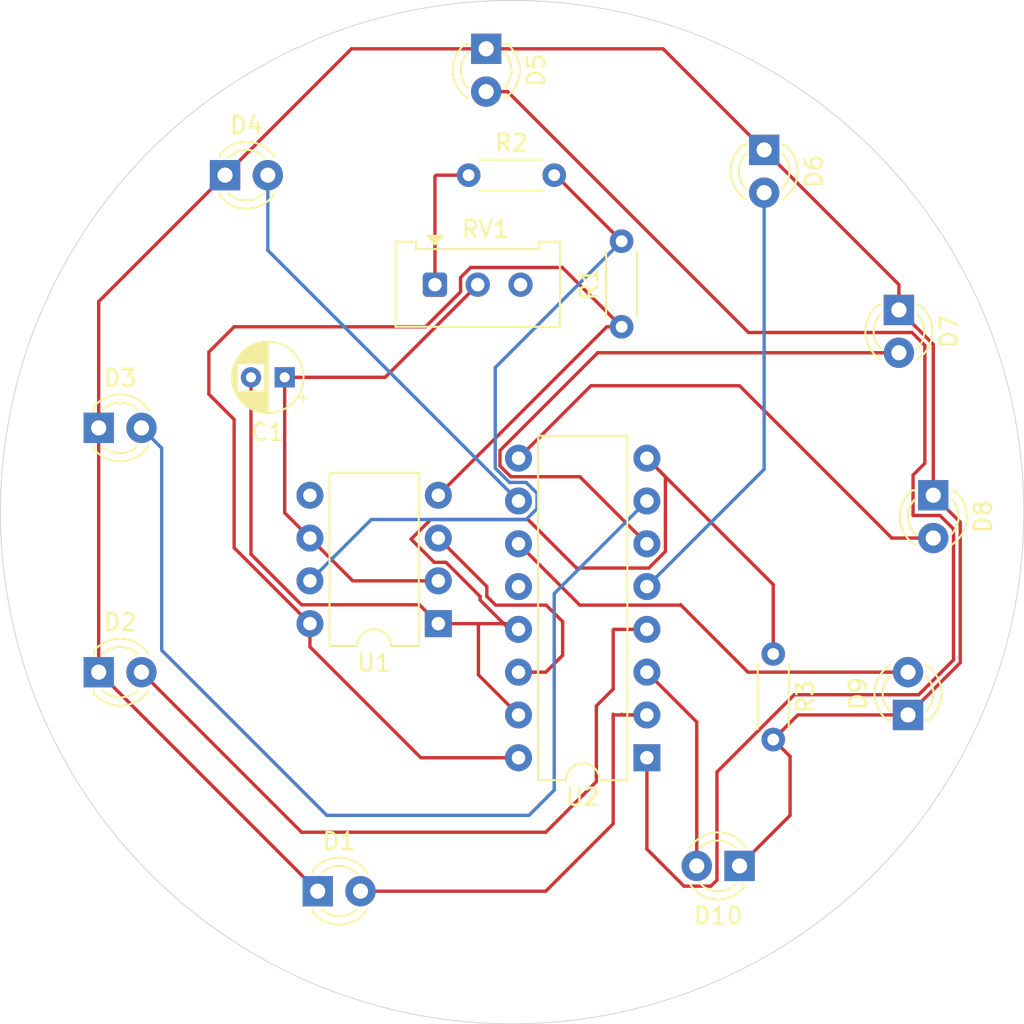
<source format=kicad_pcb>
(kicad_pcb (version 20240108) (generator "pcbnew") (generator_version "8.0")
  (layers (0 "F.Cu" signal) (31 "B.Cu" signal) (34 "B.Paste" user) (35 "F.Paste" user) (36 "B.SilkS" user "B.Silkscreen") (37 "F.SilkS" user "F.Silkscreen") (38 "B.Mask" user) (39 "F.Mask" user) (44 "Edge.Cuts" user))
  (net 0 "")
  (net 1 "Net-(U1-THR)")
  (net 2 "Net-(D1-K)")
  (net 3 "Net-(D1-A)")
  (net 4 "Net-(D2-A)")
  (net 5 "Net-(D3-A)")
  (net 6 "Net-(D4-A)")
  (net 7 "Net-(D5-A)")
  (net 8 "Net-(D6-A)")
  (net 9 "Net-(D7-A)")
  (net 10 "Net-(D8-A)")
  (net 11 "Net-(D9-A)")
  (net 12 "Net-(D10-A)")
  (net 13 "Net-(U1-DIS)")
  (net 14 "Net-(R2-Pad1)")
  (net 17 "Net-(U1-Q)")
  (net 19 "GND")
  (net 20 "+9V")
  (footprint "LED_THT:LED_D3.0mm" (layer "F.Cu") (at 161.5 107.5 180)
    (property "Reference" "D10" (at 1.27 -2.96 360) (layer "F.SilkS"))
    (property "Value" "LED")
    (fp_line (start -0.29 1.08) (end -0.29 1.236) (stroke (width 0.12)) (layer "F.SilkS"))
    (fp_line (start -0.29 -1.236) (end -0.29 -1.08) (stroke (width 0.12)) (layer "F.SilkS"))
    (fp_arc (start 2.941397 1.080061) (mid 1.365624 1.987701) (end -0.29 1.235516) (stroke (width 0.12)) (layer "F.SilkS"))
    (fp_arc (start 2.31091 1.080049) (mid 1.269965 1.5) (end 0.229039 1.08) (stroke (width 0.12)) (layer "F.SilkS"))
    (fp_arc (start 0.229039 -1.08) (mid 1.269965 -1.5) (end 2.31091 -1.080049) (stroke (width 0.12)) (layer "F.SilkS"))
    (fp_arc (start -0.29 -1.235516) (mid 1.365624 -1.987701) (end 2.941397 -1.080061) (stroke (width 0.12)) (layer "F.SilkS"))
    (pad "1" thru_hole rect (at 0 0 180) (size 1.8 1.8) (drill 0.9) (layers "*.Cu" "*.Mask") (net 2 "Net-(D1-K)"))
    (pad "2" thru_hole circle (at 2.54 0 180) (size 1.8 1.8) (drill 0.9) (layers "*.Cu" "*.Mask") (net 12 "Net-(D10-A)"))
  )
  (footprint "LED_THT:LED_D3.0mm" (layer "F.Cu") (at 162.96 65 -90)
    (property "Reference" "D6" (at 1.27 -2.96 90) (layer "F.SilkS"))
    (property "Value" "LED")
    (fp_line (start -0.29 1.08) (end -0.29 1.236) (stroke (width 0.12)) (layer "F.SilkS"))
    (fp_line (start -0.29 -1.236) (end -0.29 -1.08) (stroke (width 0.12)) (layer "F.SilkS"))
    (fp_arc (start 2.941397 1.080061) (mid 1.365624 1.987701) (end -0.29 1.235516) (stroke (width 0.12)) (layer "F.SilkS"))
    (fp_arc (start 2.31091 1.080049) (mid 1.269965 1.5) (end 0.229039 1.08) (stroke (width 0.12)) (layer "F.SilkS"))
    (fp_arc (start 0.229039 -1.08) (mid 1.269965 -1.5) (end 2.31091 -1.080049) (stroke (width 0.12)) (layer "F.SilkS"))
    (fp_arc (start -0.29 -1.235516) (mid 1.365624 -1.987701) (end 2.941397 -1.080061) (stroke (width 0.12)) (layer "F.SilkS"))
    (pad "1" thru_hole rect (at 0 0 270) (size 1.8 1.8) (drill 0.9) (layers "*.Cu" "*.Mask") (net 2 "Net-(D1-K)"))
    (pad "2" thru_hole circle (at 2.54 0 270) (size 1.8 1.8) (drill 0.9) (layers "*.Cu" "*.Mask") (net 8 "Net-(D6-A)"))
  )
  (footprint "Package_DIP:DIP-8_W7.62mm" (layer "F.Cu") (at 143.62 93.12 180)
    (property "Reference" "U1" (at 3.81 -2.33 360) (layer "F.SilkS"))
    (property "Value" "NE555P")
    (fp_line (start 6.46 8.95) (end 6.46 -1.33) (stroke (width 0.12)) (layer "F.SilkS"))
    (fp_line (start 6.46 -1.33) (end 4.81 -1.33) (stroke (width 0.12)) (layer "F.SilkS"))
    (fp_line (start 2.81 -1.33) (end 1.16 -1.33) (stroke (width 0.12)) (layer "F.SilkS"))
    (fp_line (start 1.16 8.95) (end 6.46 8.95) (stroke (width 0.12)) (layer "F.SilkS"))
    (fp_line (start 1.16 -1.33) (end 1.16 8.95) (stroke (width 0.12)) (layer "F.SilkS"))
    (fp_arc (start 4.81 -1.33) (mid 3.81 -0.33) (end 2.81 -1.33) (stroke (width 0.12)) (layer "F.SilkS"))
    (pad "1" thru_hole rect (at 0 0 180) (size 1.6 1.6) (drill 0.8) (layers "*.Cu" "*.Mask") (net 19 "GND"))
    (pad "2" thru_hole oval (at 0 2.54 180) (size 1.6 1.6) (drill 0.8) (layers "*.Cu" "*.Mask") (net 1 "Net-(U1-THR)"))
    (pad "3" thru_hole oval (at 0 5.08 180) (size 1.6 1.6) (drill 0.8) (layers "*.Cu" "*.Mask") (net 17 "Net-(U1-Q)"))
    (pad "4" thru_hole oval (at 0 7.62 180) (size 1.6 1.6) (drill 0.8) (layers "*.Cu" "*.Mask") (net 20 "+9V"))
    (pad "5" thru_hole oval (at 7.62 7.62 180) (size 1.6 1.6) (drill 0.8) (layers "*.Cu" "*.Mask"))
    (pad "6" thru_hole oval (at 7.62 5.08 180) (size 1.6 1.6) (drill 0.8) (layers "*.Cu" "*.Mask") (net 1 "Net-(U1-THR)"))
    (pad "7" thru_hole oval (at 7.62 2.54 180) (size 1.6 1.6) (drill 0.8) (layers "*.Cu" "*.Mask") (net 13 "Net-(U1-DIS)"))
    (pad "8" thru_hole oval (at 7.62 0 180) (size 1.6 1.6) (drill 0.8) (layers "*.Cu" "*.Mask") (net 20 "+9V"))
  )
  (footprint "LED_THT:LED_D3.0mm" (layer "F.Cu") (at 123.46 81.5)
    (property "Reference" "D3" (at 1.27 -2.96 0) (layer "F.SilkS"))
    (property "Value" "LED")
    (fp_line (start -0.29 -1.236) (end -0.29 -1.08) (stroke (width 0.12)) (layer "F.SilkS"))
    (fp_line (start -0.29 1.08) (end -0.29 1.236) (stroke (width 0.12)) (layer "F.SilkS"))
    (fp_arc (start -0.29 -1.235516) (mid 1.365624 -1.987701) (end 2.941397 -1.080061) (stroke (width 0.12)) (layer "F.SilkS"))
    (fp_arc (start 0.229039 -1.08) (mid 1.269965 -1.5) (end 2.31091 -1.080049) (stroke (width 0.12)) (layer "F.SilkS"))
    (fp_arc (start 2.31091 1.080049) (mid 1.269965 1.5) (end 0.229039 1.08) (stroke (width 0.12)) (layer "F.SilkS"))
    (fp_arc (start 2.941397 1.080061) (mid 1.365624 1.987701) (end -0.29 1.235516) (stroke (width 0.12)) (layer "F.SilkS"))
    (pad "1" thru_hole rect (at 0 0) (size 1.8 1.8) (drill 0.9) (layers "*.Cu" "*.Mask") (net 2 "Net-(D1-K)"))
    (pad "2" thru_hole circle (at 2.54 0) (size 1.8 1.8) (drill 0.9) (layers "*.Cu" "*.Mask") (net 5 "Net-(D3-A)"))
  )
  (footprint "LED_THT:LED_D3.0mm" (layer "F.Cu") (at 173 85.5 -90)
    (property "Reference" "D8" (at 1.27 -2.96 90) (layer "F.SilkS"))
    (property "Value" "LED")
    (fp_line (start -0.29 1.08) (end -0.29 1.236) (stroke (width 0.12)) (layer "F.SilkS"))
    (fp_line (start -0.29 -1.236) (end -0.29 -1.08) (stroke (width 0.12)) (layer "F.SilkS"))
    (fp_arc (start 2.941397 1.080061) (mid 1.365624 1.987701) (end -0.29 1.235516) (stroke (width 0.12)) (layer "F.SilkS"))
    (fp_arc (start 2.31091 1.080049) (mid 1.269965 1.5) (end 0.229039 1.08) (stroke (width 0.12)) (layer "F.SilkS"))
    (fp_arc (start 0.229039 -1.08) (mid 1.269965 -1.5) (end 2.31091 -1.080049) (stroke (width 0.12)) (layer "F.SilkS"))
    (fp_arc (start -0.29 -1.235516) (mid 1.365624 -1.987701) (end 2.941397 -1.080061) (stroke (width 0.12)) (layer "F.SilkS"))
    (pad "1" thru_hole rect (at 0 0 270) (size 1.8 1.8) (drill 0.9) (layers "*.Cu" "*.Mask") (net 2 "Net-(D1-K)"))
    (pad "2" thru_hole circle (at 2.54 0 270) (size 1.8 1.8) (drill 0.9) (layers "*.Cu" "*.Mask") (net 10 "Net-(D8-A)"))
  )
  (footprint "LED_THT:LED_D3.0mm" (layer "F.Cu") (at 146.46 59 -90)
    (property "Reference" "D5" (at 1.27 -2.96 90) (layer "F.SilkS"))
    (property "Value" "LED")
    (fp_line (start -0.29 1.08) (end -0.29 1.236) (stroke (width 0.12)) (layer "F.SilkS"))
    (fp_line (start -0.29 -1.236) (end -0.29 -1.08) (stroke (width 0.12)) (layer "F.SilkS"))
    (fp_arc (start 2.941397 1.080061) (mid 1.365624 1.987701) (end -0.29 1.235516) (stroke (width 0.12)) (layer "F.SilkS"))
    (fp_arc (start 2.31091 1.080049) (mid 1.269965 1.5) (end 0.229039 1.08) (stroke (width 0.12)) (layer "F.SilkS"))
    (fp_arc (start 0.229039 -1.08) (mid 1.269965 -1.5) (end 2.31091 -1.080049) (stroke (width 0.12)) (layer "F.SilkS"))
    (fp_arc (start -0.29 -1.235516) (mid 1.365624 -1.987701) (end 2.941397 -1.080061) (stroke (width 0.12)) (layer "F.SilkS"))
    (pad "1" thru_hole rect (at 0 0 270) (size 1.8 1.8) (drill 0.9) (layers "*.Cu" "*.Mask") (net 2 "Net-(D1-K)"))
    (pad "2" thru_hole circle (at 2.54 0 270) (size 1.8 1.8) (drill 0.9) (layers "*.Cu" "*.Mask") (net 7 "Net-(D5-A)"))
  )
  (footprint "Resistor_THT:R_Axial_DIN0204_L3.6mm_D1.6mm_P5.08mm_Horizontal" (layer "F.Cu") (at 145.42 66.5)
    (property "Reference" "R2" (at 2.54 -1.92 0) (layer "F.SilkS"))
    (property "Value" "47k")
    (fp_line (start 0.62 -0.92) (end 4.46 -0.92) (stroke (width 0.12)) (layer "F.SilkS"))
    (fp_line (start 0.62 0.92) (end 4.46 0.92) (stroke (width 0.12)) (layer "F.SilkS"))
    (pad "1" thru_hole circle (at 0 0) (size 1.4 1.4) (drill 0.7) (layers "*.Cu" "*.Mask") (net 14 "Net-(R2-Pad1)"))
    (pad "2" thru_hole oval (at 5.08 0) (size 1.4 1.4) (drill 0.7) (layers "*.Cu" "*.Mask") (net 13 "Net-(U1-DIS)"))
  )
  (footprint "LED_THT:LED_D3.0mm" (layer "F.Cu") (at 136.46 109)
    (property "Reference" "D1" (at 1.27 -2.96 0) (layer "F.SilkS"))
    (property "Value" "LED")
    (fp_line (start -0.29 -1.236) (end -0.29 -1.08) (stroke (width 0.12)) (layer "F.SilkS"))
    (fp_line (start -0.29 1.08) (end -0.29 1.236) (stroke (width 0.12)) (layer "F.SilkS"))
    (fp_arc (start -0.29 -1.235516) (mid 1.365624 -1.987701) (end 2.941397 -1.080061) (stroke (width 0.12)) (layer "F.SilkS"))
    (fp_arc (start 0.229039 -1.08) (mid 1.269965 -1.5) (end 2.31091 -1.080049) (stroke (width 0.12)) (layer "F.SilkS"))
    (fp_arc (start 2.31091 1.080049) (mid 1.269965 1.5) (end 0.229039 1.08) (stroke (width 0.12)) (layer "F.SilkS"))
    (fp_arc (start 2.941397 1.080061) (mid 1.365624 1.987701) (end -0.29 1.235516) (stroke (width 0.12)) (layer "F.SilkS"))
    (pad "1" thru_hole rect (at 0 0) (size 1.8 1.8) (drill 0.9) (layers "*.Cu" "*.Mask") (net 2 "Net-(D1-K)"))
    (pad "2" thru_hole circle (at 2.54 0) (size 1.8 1.8) (drill 0.9) (layers "*.Cu" "*.Mask") (net 3 "Net-(D1-A)"))
  )
  (footprint "LED_THT:LED_D3.0mm" (layer "F.Cu") (at 123.46 96)
    (property "Reference" "D2" (at 1.27 -2.96 0) (layer "F.SilkS"))
    (property "Value" "LED")
    (fp_line (start -0.29 -1.236) (end -0.29 -1.08) (stroke (width 0.12)) (layer "F.SilkS"))
    (fp_line (start -0.29 1.08) (end -0.29 1.236) (stroke (width 0.12)) (layer "F.SilkS"))
    (fp_arc (start -0.29 -1.235516) (mid 1.365624 -1.987701) (end 2.941397 -1.080061) (stroke (width 0.12)) (layer "F.SilkS"))
    (fp_arc (start 0.229039 -1.08) (mid 1.269965 -1.5) (end 2.31091 -1.080049) (stroke (width 0.12)) (layer "F.SilkS"))
    (fp_arc (start 2.31091 1.080049) (mid 1.269965 1.5) (end 0.229039 1.08) (stroke (width 0.12)) (layer "F.SilkS"))
    (fp_arc (start 2.941397 1.080061) (mid 1.365624 1.987701) (end -0.29 1.235516) (stroke (width 0.12)) (layer "F.SilkS"))
    (pad "1" thru_hole rect (at 0 0) (size 1.8 1.8) (drill 0.9) (layers "*.Cu" "*.Mask") (net 2 "Net-(D1-K)"))
    (pad "2" thru_hole circle (at 2.54 0) (size 1.8 1.8) (drill 0.9) (layers "*.Cu" "*.Mask") (net 4 "Net-(D2-A)"))
  )
  (footprint "Package_DIP:DIP-16_W7.62mm" (layer "F.Cu") (at 156 101.08 180)
    (property "Reference" "U2" (at 3.81 -2.33 180) (layer "F.SilkS"))
    (property "Value" "4017")
    (fp_line (start 6.46 19.11) (end 6.46 -1.33) (stroke (width 0.12)) (layer "F.SilkS"))
    (fp_line (start 6.46 -1.33) (end 4.81 -1.33) (stroke (width 0.12)) (layer "F.SilkS"))
    (fp_line (start 2.81 -1.33) (end 1.16 -1.33) (stroke (width 0.12)) (layer "F.SilkS"))
    (fp_line (start 1.16 19.11) (end 6.46 19.11) (stroke (width 0.12)) (layer "F.SilkS"))
    (fp_line (start 1.16 -1.33) (end 1.16 19.11) (stroke (width 0.12)) (layer "F.SilkS"))
    (fp_arc (start 4.81 -1.33) (mid 3.81 -0.33) (end 2.81 -1.33) (stroke (width 0.12)) (layer "F.SilkS"))
    (pad "1" thru_hole rect (at 0 0 180) (size 1.6 1.6) (drill 0.8) (layers "*.Cu" "*.Mask") (net 7 "Net-(D5-A)"))
    (pad "2" thru_hole oval (at 0 2.54 180) (size 1.6 1.6) (drill 0.8) (layers "*.Cu" "*.Mask") (net 3 "Net-(D1-A)"))
    (pad "3" thru_hole oval (at 0 5.08 180) (size 1.6 1.6) (drill 0.8) (layers "*.Cu" "*.Mask") (net 12 "Net-(D10-A)"))
    (pad "4" thru_hole oval (at 0 7.62 180) (size 1.6 1.6) (drill 0.8) (layers "*.Cu" "*.Mask") (net 4 "Net-(D2-A)"))
    (pad "5" thru_hole oval (at 0 10.16 180) (size 1.6 1.6) (drill 0.8) (layers "*.Cu" "*.Mask") (net 8 "Net-(D6-A)"))
    (pad "6" thru_hole oval (at 0 12.7 180) (size 1.6 1.6) (drill 0.8) (layers "*.Cu" "*.Mask") (net 9 "Net-(D7-A)"))
    (pad "7" thru_hole oval (at 0 15.24 180) (size 1.6 1.6) (drill 0.8) (layers "*.Cu" "*.Mask") (net 5 "Net-(D3-A)"))
    (pad "8" thru_hole oval (at 0 17.78 180) (size 1.6 1.6) (drill 0.8) (layers "*.Cu" "*.Mask") (net 19 "GND"))
    (pad "9" thru_hole oval (at 7.62 17.78 180) (size 1.6 1.6) (drill 0.8) (layers "*.Cu" "*.Mask") (net 10 "Net-(D8-A)"))
    (pad "10" thru_hole oval (at 7.62 15.24 180) (size 1.6 1.6) (drill 0.8) (layers "*.Cu" "*.Mask") (net 6 "Net-(D4-A)"))
    (pad "11" thru_hole oval (at 7.62 12.7 180) (size 1.6 1.6) (drill 0.8) (layers "*.Cu" "*.Mask") (net 11 "Net-(D9-A)"))
    (pad "12" thru_hole oval (at 7.62 10.16 180) (size 1.6 1.6) (drill 0.8) (layers "*.Cu" "*.Mask"))
    (pad "13" thru_hole oval (at 7.62 7.62 180) (size 1.6 1.6) (drill 0.8) (layers "*.Cu" "*.Mask") (net 19 "GND"))
    (pad "14" thru_hole oval (at 7.62 5.08 180) (size 1.6 1.6) (drill 0.8) (layers "*.Cu" "*.Mask") (net 17 "Net-(U1-Q)"))
    (pad "15" thru_hole oval (at 7.62 2.54 180) (size 1.6 1.6) (drill 0.8) (layers "*.Cu" "*.Mask") (net 19 "GND"))
    (pad "16" thru_hole oval (at 7.62 0 180) (size 1.6 1.6) (drill 0.8) (layers "*.Cu" "*.Mask") (net 20 "+9V"))
  )
  (footprint "LED_THT:LED_D3.0mm" (layer "F.Cu") (at 170.96 74.5 -90)
    (property "Reference" "D7" (at 1.27 -2.96 90) (layer "F.SilkS"))
    (property "Value" "LED")
    (fp_line (start -0.29 1.08) (end -0.29 1.236) (stroke (width 0.12)) (layer "F.SilkS"))
    (fp_line (start -0.29 -1.236) (end -0.29 -1.08) (stroke (width 0.12)) (layer "F.SilkS"))
    (fp_arc (start 2.941397 1.080061) (mid 1.365624 1.987701) (end -0.29 1.235516) (stroke (width 0.12)) (layer "F.SilkS"))
    (fp_arc (start 2.31091 1.080049) (mid 1.269965 1.5) (end 0.229039 1.08) (stroke (width 0.12)) (layer "F.SilkS"))
    (fp_arc (start 0.229039 -1.08) (mid 1.269965 -1.5) (end 2.31091 -1.080049) (stroke (width 0.12)) (layer "F.SilkS"))
    (fp_arc (start -0.29 -1.235516) (mid 1.365624 -1.987701) (end 2.941397 -1.080061) (stroke (width 0.12)) (layer "F.SilkS"))
    (pad "1" thru_hole rect (at 0 0 270) (size 1.8 1.8) (drill 0.9) (layers "*.Cu" "*.Mask") (net 2 "Net-(D1-K)"))
    (pad "2" thru_hole circle (at 2.54 0 270) (size 1.8 1.8) (drill 0.9) (layers "*.Cu" "*.Mask") (net 9 "Net-(D7-A)"))
  )
  (footprint "Resistor_THT:R_Axial_DIN0204_L3.6mm_D1.6mm_P5.08mm_Horizontal" (layer "F.Cu") (at 163.5 94.92 -90)
    (property "Reference" "R3" (at 2.54 -1.92 90) (layer "F.SilkS"))
    (property "Value" "470 ohm")
    (fp_line (start 0.62 0.92) (end 4.46 0.92) (stroke (width 0.12)) (layer "F.SilkS"))
    (fp_line (start 0.62 -0.92) (end 4.46 -0.92) (stroke (width 0.12)) (layer "F.SilkS"))
    (pad "1" thru_hole circle (at 0 0 270) (size 1.4 1.4) (drill 0.7) (layers "*.Cu" "*.Mask") (net 19 "GND"))
    (pad "2" thru_hole oval (at 5.08 0 270) (size 1.4 1.4) (drill 0.7) (layers "*.Cu" "*.Mask") (net 2 "Net-(D1-K)"))
  )
  (footprint "LED_THT:LED_D3.0mm" (layer "F.Cu") (at 130.96 66.5)
    (property "Reference" "D4" (at 1.27 -2.96 0) (layer "F.SilkS"))
    (property "Value" "LED")
    (fp_line (start -0.29 -1.236) (end -0.29 -1.08) (stroke (width 0.12)) (layer "F.SilkS"))
    (fp_line (start -0.29 1.08) (end -0.29 1.236) (stroke (width 0.12)) (layer "F.SilkS"))
    (fp_arc (start -0.29 -1.235516) (mid 1.365624 -1.987701) (end 2.941397 -1.080061) (stroke (width 0.12)) (layer "F.SilkS"))
    (fp_arc (start 0.229039 -1.08) (mid 1.269965 -1.5) (end 2.31091 -1.080049) (stroke (width 0.12)) (layer "F.SilkS"))
    (fp_arc (start 2.31091 1.080049) (mid 1.269965 1.5) (end 0.229039 1.08) (stroke (width 0.12)) (layer "F.SilkS"))
    (fp_arc (start 2.941397 1.080061) (mid 1.365624 1.987701) (end -0.29 1.235516) (stroke (width 0.12)) (layer "F.SilkS"))
    (pad "1" thru_hole rect (at 0 0) (size 1.8 1.8) (drill 0.9) (layers "*.Cu" "*.Mask") (net 2 "Net-(D1-K)"))
    (pad "2" thru_hole circle (at 2.54 0) (size 1.8 1.8) (drill 0.9) (layers "*.Cu" "*.Mask") (net 6 "Net-(D4-A)"))
  )
  (footprint "Potentiometer_THT:Potentiometer_Bourns_3386W_Horizontal" (layer "F.Cu") (at 143.42 73)
    (property "Reference" "RV1" (at 3 -3.3 360) (layer "F.SilkS"))
    (property "Value" "100k")
    (fp_line (start -2.335 -2.55) (end -2.335 2.5) (stroke (width 0.12)) (layer "F.SilkS"))
    (fp_line (start -2.335 2.5) (end 7.415 2.5) (stroke (width 0.12)) (layer "F.SilkS"))
    (fp_line (start -1.115 -2.55) (end -2.335 -2.55) (stroke (width 0.12)) (layer "F.SilkS"))
    (fp_line (start -1.115 -2.55) (end -1.115 -2.11) (stroke (width 0.12)) (layer "F.SilkS"))
    (fp_line (start -1.115 -2.11) (end 6.195 -2.11) (stroke (width 0.12)) (layer "F.SilkS"))
    (fp_line (start 6.195 -2.55) (end 6.195 -2.11) (stroke (width 0.12)) (layer "F.SilkS"))
    (fp_line (start 6.195 -2.55) (end 7.415 -2.55) (stroke (width 0.12)) (layer "F.SilkS"))
    (fp_line (start 7.415 2.5) (end 7.415 -2.55) (stroke (width 0.12)) (layer "F.SilkS"))
    (fp_poly (pts (xy 0 -2.4) (xy 0.45 -2.9) (xy -0.45 -2.9)) (stroke (width 0.12)) (fill solid) (layer "F.SilkS"))
    (pad "1" thru_hole roundrect (at 0 0 90) (size 1.44 1.44) (drill 0.8) (layers "*.Cu" "*.Mask") (roundrect_rratio 0.1736111111) (net 14 "Net-(R2-Pad1)"))
    (pad "2" thru_hole circle (at 2.54 0 90) (size 1.44 1.44) (drill 0.8) (layers "*.Cu" "*.Mask") (net 1 "Net-(U1-THR)"))
    (pad "3" thru_hole circle (at 5.08 0 90) (size 1.44 1.44) (drill 0.8) (layers "*.Cu" "*.Mask"))
  )
  (footprint "LED_THT:LED_D3.0mm" (layer "F.Cu") (at 171.5 98.54 90)
    (property "Reference" "D9" (at 1.27 -2.96 90) (layer "F.SilkS"))
    (property "Value" "LED")
    (fp_line (start -0.29 -1.236) (end -0.29 -1.08) (stroke (width 0.12)) (layer "F.SilkS"))
    (fp_line (start -0.29 1.08) (end -0.29 1.236) (stroke (width 0.12)) (layer "F.SilkS"))
    (fp_arc (start -0.29 -1.235516) (mid 1.365624 -1.987701) (end 2.941397 -1.080061) (stroke (width 0.12)) (layer "F.SilkS"))
    (fp_arc (start 0.229039 -1.08) (mid 1.269965 -1.5) (end 2.31091 -1.080049) (stroke (width 0.12)) (layer "F.SilkS"))
    (fp_arc (start 2.31091 1.080049) (mid 1.269965 1.5) (end 0.229039 1.08) (stroke (width 0.12)) (layer "F.SilkS"))
    (fp_arc (start 2.941397 1.080061) (mid 1.365624 1.987701) (end -0.29 1.235516) (stroke (width 0.12)) (layer "F.SilkS"))
    (pad "1" thru_hole rect (at 0 0 90) (size 1.8 1.8) (drill 0.9) (layers "*.Cu" "*.Mask") (net 2 "Net-(D1-K)"))
    (pad "2" thru_hole circle (at 2.54 0 90) (size 1.8 1.8) (drill 0.9) (layers "*.Cu" "*.Mask") (net 11 "Net-(D9-A)"))
  )
  (footprint "Resistor_THT:R_Axial_DIN0204_L3.6mm_D1.6mm_P5.08mm_Horizontal" (layer "F.Cu") (at 154.5 75.5 90)
    (property "Reference" "R1" (at 2.54 -1.92 90) (layer "F.SilkS"))
    (property "Value" "1k")
    (fp_line (start 0.62 -0.92) (end 4.46 -0.92) (stroke (width 0.12)) (layer "F.SilkS"))
    (fp_line (start 0.62 0.92) (end 4.46 0.92) (stroke (width 0.12)) (layer "F.SilkS"))
    (pad "1" thru_hole circle (at 0 0 90) (size 1.4 1.4) (drill 0.7) (layers "*.Cu" "*.Mask") (net 20 "+9V"))
    (pad "2" thru_hole oval (at 5.08 0 90) (size 1.4 1.4) (drill 0.7) (layers "*.Cu" "*.Mask") (net 13 "Net-(U1-DIS)"))
  )
  (footprint "Capacitor_THT:CP_Radial_D4.0mm_P2.00mm" (layer "F.Cu") (at 134.5 78.5 180)
    (property "Reference" "C1" (at 1 -3.25 360) (layer "F.SilkS"))
    (property "Value" "1uf")
    (fp_line (start 3.081 -0.37) (end 3.081 0.37) (stroke (width 0.12)) (layer "F.SilkS"))
    (fp_line (start 3.041 -0.537) (end 3.041 0.537) (stroke (width 0.12)) (layer "F.SilkS"))
    (fp_line (start 3.001 -0.664) (end 3.001 0.664) (stroke (width 0.12)) (layer "F.SilkS"))
    (fp_line (start 2.961 -0.768) (end 2.961 0.768) (stroke (width 0.12)) (layer "F.SilkS"))
    (fp_line (start 2.921 -0.859) (end 2.921 0.859) (stroke (width 0.12)) (layer "F.SilkS"))
    (fp_line (start 2.881 -0.94) (end 2.881 0.94) (stroke (width 0.12)) (layer "F.SilkS"))
    (fp_line (start 2.841 -1.013) (end 2.841 1.013) (stroke (width 0.12)) (layer "F.SilkS"))
    (fp_line (start 2.801 0.84) (end 2.801 1.08) (stroke (width 0.12)) (layer "F.SilkS"))
    (fp_line (start 2.801 -1.08) (end 2.801 -0.84) (stroke (width 0.12)) (layer "F.SilkS"))
    (fp_line (start 2.761 0.84) (end 2.761 1.142) (stroke (width 0.12)) (layer "F.SilkS"))
    (fp_line (start 2.761 -1.142) (end 2.761 -0.84) (stroke (width 0.12)) (layer "F.SilkS"))
    (fp_line (start 2.721 0.84) (end 2.721 1.2) (stroke (width 0.12)) (layer "F.SilkS"))
    (fp_line (start 2.721 -1.2) (end 2.721 -0.84) (stroke (width 0.12)) (layer "F.SilkS"))
    (fp_line (start 2.681 0.84) (end 2.681 1.254) (stroke (width 0.12)) (layer "F.SilkS"))
    (fp_line (start 2.681 -1.254) (end 2.681 -0.84) (stroke (width 0.12)) (layer "F.SilkS"))
    (fp_line (start 2.641 0.84) (end 2.641 1.304) (stroke (width 0.12)) (layer "F.SilkS"))
    (fp_line (start 2.641 -1.304) (end 2.641 -0.84) (stroke (width 0.12)) (layer "F.SilkS"))
    (fp_line (start 2.601 0.84) (end 2.601 1.351) (stroke (width 0.12)) (layer "F.SilkS"))
    (fp_line (start 2.601 -1.351) (end 2.601 -0.84) (stroke (width 0.12)) (layer "F.SilkS"))
    (fp_line (start 2.561 0.84) (end 2.561 1.396) (stroke (width 0.12)) (layer "F.SilkS"))
    (fp_line (start 2.561 -1.396) (end 2.561 -0.84) (stroke (width 0.12)) (layer "F.SilkS"))
    (fp_line (start 2.521 0.84) (end 2.521 1.438) (stroke (width 0.12)) (layer "F.SilkS"))
    (fp_line (start 2.521 -1.438) (end 2.521 -0.84) (stroke (width 0.12)) (layer "F.SilkS"))
    (fp_line (start 2.481 0.84) (end 2.481 1.478) (stroke (width 0.12)) (layer "F.SilkS"))
    (fp_line (start 2.481 -1.478) (end 2.481 -0.84) (stroke (width 0.12)) (layer "F.SilkS"))
    (fp_line (start 2.441 0.84) (end 2.441 1.516) (stroke (width 0.12)) (layer "F.SilkS"))
    (fp_line (start 2.441 -1.516) (end 2.441 -0.84) (stroke (width 0.12)) (layer "F.SilkS"))
    (fp_line (start 2.401 0.84) (end 2.401 1.552) (stroke (width 0.12)) (layer "F.SilkS"))
    (fp_line (start 2.401 -1.552) (end 2.401 -0.84) (stroke (width 0.12)) (layer "F.SilkS"))
    (fp_line (start 2.361 0.84) (end 2.361 1.587) (stroke (width 0.12)) (layer "F.SilkS"))
    (fp_line (start 2.361 -1.587) (end 2.361 -0.84) (stroke (width 0.12)) (layer "F.SilkS"))
    (fp_line (start 2.321 0.84) (end 2.321 1.619) (stroke (width 0.12)) (layer "F.SilkS"))
    (fp_line (start 2.321 -1.619) (end 2.321 -0.84) (stroke (width 0.12)) (layer "F.SilkS"))
    (fp_line (start 2.281 0.84) (end 2.281 1.65) (stroke (width 0.12)) (layer "F.SilkS"))
    (fp_line (start 2.281 -1.65) (end 2.281 -0.84) (stroke (width 0.12)) (layer "F.SilkS"))
    (fp_line (start 2.241 0.84) (end 2.241 1.68) (stroke (width 0.12)) (layer "F.SilkS"))
    (fp_line (start 2.241 -1.68) (end 2.241 -0.84) (stroke (width 0.12)) (layer "F.SilkS"))
    (fp_line (start 2.201 0.84) (end 2.201 1.708) (stroke (width 0.12)) (layer "F.SilkS"))
    (fp_line (start 2.201 -1.708) (end 2.201 -0.84) (stroke (width 0.12)) (layer "F.SilkS"))
    (fp_line (start 2.161 0.84) (end 2.161 1.735) (stroke (width 0.12)) (layer "F.SilkS"))
    (fp_line (start 2.161 -1.735) (end 2.161 -0.84) (stroke (width 0.12)) (layer "F.SilkS"))
    (fp_line (start 2.121 0.84) (end 2.121 1.76) (stroke (width 0.12)) (layer "F.SilkS"))
    (fp_line (start 2.121 -1.76) (end 2.121 -0.84) (stroke (width 0.12)) (layer "F.SilkS"))
    (fp_line (start 2.081 0.84) (end 2.081 1.785) (stroke (width 0.12)) (layer "F.SilkS"))
    (fp_line (start 2.081 -1.785) (end 2.081 -0.84) (stroke (width 0.12)) (layer "F.SilkS"))
    (fp_line (start 2.041 0.84) (end 2.041 1.808) (stroke (width 0.12)) (layer "F.SilkS"))
    (fp_line (start 2.041 -1.808) (end 2.041 -0.84) (stroke (width 0.12)) (layer "F.SilkS"))
    (fp_line (start 2.001 0.84) (end 2.001 1.83) (stroke (width 0.12)) (layer "F.SilkS"))
    (fp_line (start 2.001 -1.83) (end 2.001 -0.84) (stroke (width 0.12)) (layer "F.SilkS"))
    (fp_line (start 1.961 0.84) (end 1.961 1.851) (stroke (width 0.12)) (layer "F.SilkS"))
    (fp_line (start 1.961 -1.851) (end 1.961 -0.84) (stroke (width 0.12)) (layer "F.SilkS"))
    (fp_line (start 1.921 0.84) (end 1.921 1.87) (stroke (width 0.12)) (layer "F.SilkS"))
    (fp_line (start 1.921 -1.87) (end 1.921 -0.84) (stroke (width 0.12)) (layer "F.SilkS"))
    (fp_line (start 1.881 0.84) (end 1.881 1.889) (stroke (width 0.12)) (layer "F.SilkS"))
    (fp_line (start 1.881 -1.889) (end 1.881 -0.84) (stroke (width 0.12)) (layer "F.SilkS"))
    (fp_line (start 1.841 0.84) (end 1.841 1.907) (stroke (width 0.12)) (layer "F.SilkS"))
    (fp_line (start 1.841 -1.907) (end 1.841 -0.84) (stroke (width 0.12)) (layer "F.SilkS"))
    (fp_line (start 1.801 0.84) (end 1.801 1.924) (stroke (width 0.12)) (layer "F.SilkS"))
    (fp_line (start 1.801 -1.924) (end 1.801 -0.84) (stroke (width 0.12)) (layer "F.SilkS"))
    (fp_line (start 1.761 0.84) (end 1.761 1.94) (stroke (width 0.12)) (layer "F.SilkS"))
    (fp_line (start 1.761 -1.94) (end 1.761 -0.84) (stroke (width 0.12)) (layer "F.SilkS"))
    (fp_line (start 1.721 0.84) (end 1.721 1.954) (stroke (width 0.12)) (layer "F.SilkS"))
    (fp_line (start 1.721 -1.954) (end 1.721 -0.84) (stroke (width 0.12)) (layer "F.SilkS"))
    (fp_line (start 1.68 0.84) (end 1.68 1.968) (stroke (width 0.12)) (layer "F.SilkS"))
    (fp_line (start 1.68 -1.968) (end 1.68 -0.84) (stroke (width 0.12)) (layer "F.SilkS"))
    (fp_line (start 1.64 0.84) (end 1.64 1.982) (stroke (width 0.12)) (layer "F.SilkS"))
    (fp_line (start 1.64 -1.982) (end 1.64 -0.84) (stroke (width 0.12)) (layer "F.SilkS"))
    (fp_line (start 1.6 0.84) (end 1.6 1.994) (stroke (width 0.12)) (layer "F.SilkS"))
    (fp_line (start 1.6 -1.994) (end 1.6 -0.84) (stroke (width 0.12)) (layer "F.SilkS"))
    (fp_line (start 1.56 0.84) (end 1.56 2.005) (stroke (width 0.12)) (layer "F.SilkS"))
    (fp_line (start 1.56 -2.005) (end 1.56 -0.84) (stroke (width 0.12)) (layer "F.SilkS"))
    (fp_line (start 1.52 0.84) (end 1.52 2.016) (stroke (width 0.12)) (layer "F.SilkS"))
    (fp_line (start 1.52 -2.016) (end 1.52 -0.84) (stroke (width 0.12)) (layer "F.SilkS"))
    (fp_line (start 1.48 0.84) (end 1.48 2.025) (stroke (width 0.12)) (layer "F.SilkS"))
    (fp_line (start 1.48 -2.025) (end 1.48 -0.84) (stroke (width 0.12)) (layer "F.SilkS"))
    (fp_line (start 1.44 0.84) (end 1.44 2.034) (stroke (width 0.12)) (layer "F.SilkS"))
    (fp_line (start 1.44 -2.034) (end 1.44 -0.84) (stroke (width 0.12)) (layer "F.SilkS"))
    (fp_line (start 1.4 0.84) (end 1.4 2.042) (stroke (width 0.12)) (layer "F.SilkS"))
    (fp_line (start 1.4 -2.042) (end 1.4 -0.84) (stroke (width 0.12)) (layer "F.SilkS"))
    (fp_line (start 1.36 0.84) (end 1.36 2.05) (stroke (width 0.12)) (layer "F.SilkS"))
    (fp_line (start 1.36 -2.05) (end 1.36 -0.84) (stroke (width 0.12)) (layer "F.SilkS"))
    (fp_line (start 1.32 0.84) (end 1.32 2.056) (stroke (width 0.12)) (layer "F.SilkS"))
    (fp_line (start 1.32 -2.056) (end 1.32 -0.84) (stroke (width 0.12)) (layer "F.SilkS"))
    (fp_line (start 1.28 0.84) (end 1.28 2.062) (stroke (width 0.12)) (layer "F.SilkS"))
    (fp_line (start 1.28 -2.062) (end 1.28 -0.84) (stroke (width 0.12)) (layer "F.SilkS"))
    (fp_line (start 1.24 0.84) (end 1.24 2.067) (stroke (width 0.12)) (layer "F.SilkS"))
    (fp_line (start 1.24 -2.067) (end 1.24 -0.84) (stroke (width 0.12)) (layer "F.SilkS"))
    (fp_line (start 1.2 0.84) (end 1.2 2.071) (stroke (width 0.12)) (layer "F.SilkS"))
    (fp_line (start 1.2 -2.071) (end 1.2 -0.84) (stroke (width 0.12)) (layer "F.SilkS"))
    (fp_line (start 1.16 -2.074) (end 1.16 2.074) (stroke (width 0.12)) (layer "F.SilkS"))
    (fp_line (start 1.12 -2.077) (end 1.12 2.077) (stroke (width 0.12)) (layer "F.SilkS"))
    (fp_line (start 1.08 -2.079) (end 1.08 2.079) (stroke (width 0.12)) (layer "F.SilkS"))
    (fp_line (start 1.04 -2.08) (end 1.04 2.08) (stroke (width 0.12)) (layer "F.SilkS"))
    (fp_line (start 1 -2.08) (end 1 2.08) (stroke (width 0.12)) (layer "F.SilkS"))
    (fp_line (start -1.069801 -1.395) (end -1.069801 -0.995) (stroke (width 0.12)) (layer "F.SilkS"))
    (fp_line (start -1.269801 -1.195) (end -0.869801 -1.195) (stroke (width 0.12)) (layer "F.SilkS"))
    (fp_circle (center 1 0) (end 3.12 0) (stroke (width 0.12)) (fill none) (layer "F.SilkS"))
    (pad "1" thru_hole rect (at 0 0 180) (size 1.2 1.2) (drill 0.6) (layers "*.Cu" "*.Mask") (net 1 "Net-(U1-THR)"))
    (pad "2" thru_hole circle (at 2 0 180) (size 1.2 1.2) (drill 0.6) (layers "*.Cu" "*.Mask") (net 19 "GND"))
  )
  (gr_circle (center 148 86.5) (end 173.5 103) (stroke (width 0.05)) (fill none) (layer "Edge.Cuts"))
  (segment (start 138.54 90.58) (end 136 88.04) (width 0.2) (layer "F.Cu") (net 1))
  (segment (start 140.46 78.5) (end 134.5 78.5) (width 0.2) (layer "F.Cu") (net 1))
  (segment (start 134.5 86.54) (end 134.5 78.5) (width 0.2) (layer "F.Cu") (net 1))
  (segment (start 145.96 73) (end 140.46 78.5) (width 0.2) (layer "F.Cu") (net 1))
  (segment (start 143.62 90.58) (end 138.54 90.58) (width 0.2) (layer "F.Cu") (net 1))
  (segment (start 136 88.04) (end 134.5 86.54) (width 0.2) (layer "F.Cu") (net 1))
  (segment (start 123.46 96) (end 123.46 81.5) (width 0.2) (layer "F.Cu") (net 2))
  (segment (start 161.5 107.5) (end 164.5 104.5) (width 0.2) (layer "F.Cu") (net 2))
  (segment (start 123.46 74) (end 130.96 66.5) (width 0.2) (layer "F.Cu") (net 2))
  (segment (start 123.46 81.5) (end 123.46 74) (width 0.2) (layer "F.Cu") (net 2))
  (segment (start 146.46 59) (end 156.96 59) (width 0.2) (layer "F.Cu") (net 2))
  (segment (start 173 76.54) (end 173 85.5) (width 0.2) (layer "F.Cu") (net 2))
  (segment (start 162.96 65) (end 170.96 73) (width 0.2) (layer "F.Cu") (net 2))
  (segment (start 174.6 87.1) (end 174.6 95.44) (width 0.2) (layer "F.Cu") (net 2))
  (segment (start 173 85.5) (end 174.6 87.1) (width 0.2) (layer "F.Cu") (net 2))
  (segment (start 130.96 66.5) (end 138.46 59) (width 0.2) (layer "F.Cu") (net 2))
  (segment (start 164.96 98.54) (end 163.5 100) (width 0.2) (layer "F.Cu") (net 2))
  (segment (start 136.46 109) (end 123.46 96) (width 0.2) (layer "F.Cu") (net 2))
  (segment (start 164.5 104.5) (end 164.5 101) (width 0.2) (layer "F.Cu") (net 2))
  (segment (start 174.6 95.44) (end 171.5 98.54) (width 0.2) (layer "F.Cu") (net 2))
  (segment (start 170.96 74.5) (end 173 76.54) (width 0.2) (layer "F.Cu") (net 2))
  (segment (start 171.5 98.54) (end 164.96 98.54) (width 0.2) (layer "F.Cu") (net 2))
  (segment (start 170.96 73) (end 170.96 74.5) (width 0.2) (layer "F.Cu") (net 2))
  (segment (start 164.5 101) (end 163.5 100) (width 0.2) (layer "F.Cu") (net 2))
  (segment (start 156.96 59) (end 162.96 65) (width 0.2) (layer "F.Cu") (net 2))
  (segment (start 138.46 59) (end 146.46 59) (width 0.2) (layer "F.Cu") (net 2))
  (segment (start 156 98.54) (end 154.54 98.54) (width 0.2) (layer "F.Cu") (net 3))
  (segment (start 154 105) (end 154 98.5) (width 0.2) (layer "F.Cu") (net 3))
  (segment (start 155.5 98.5) (end 156 98.5) (width 0.2) (layer "F.Cu") (net 3))
  (segment (start 154.04 98.54) (end 156 98.54) (width 0.2) (layer "F.Cu") (net 3))
  (segment (start 154 98.5) (end 154.04 98.54) (width 0.2) (layer "F.Cu") (net 3))
  (segment (start 156 98.54) (end 155.54 98.54) (width 0.2) (layer "F.Cu") (net 3))
  (segment (start 139 109) (end 150 109) (width 0.2) (layer "F.Cu") (net 3))
  (segment (start 154.54 98.54) (end 154.5 98.5) (width 0.2) (layer "F.Cu") (net 3))
  (segment (start 150 109) (end 154 105) (width 0.2) (layer "F.Cu") (net 3))
  (segment (start 155.54 98.54) (end 155.5 98.5) (width 0.2) (layer "F.Cu") (net 3))
  (segment (start 153 98) (end 154 97) (width 0.2) (layer "F.Cu") (net 4))
  (segment (start 154 97.015635) (end 154 97) (width 0.2) (layer "F.Cu") (net 4))
  (segment (start 150 105.5) (end 153 102.5) (width 0.2) (layer "F.Cu") (net 4))
  (segment (start 154.04 93.46) (end 156 93.46) (width 0.2) (layer "F.Cu") (net 4))
  (segment (start 135.5 105.5) (end 150 105.5) (width 0.2) (layer "F.Cu") (net 4))
  (segment (start 126 96) (end 135.5 105.5) (width 0.2) (layer "F.Cu") (net 4))
  (segment (start 153 102.5) (end 153 98) (width 0.2) (layer "F.Cu") (net 4))
  (segment (start 154 93.5) (end 154.04 93.46) (width 0.2) (layer "F.Cu") (net 4))
  (segment (start 154 97) (end 154 93.5) (width 0.2) (layer "F.Cu") (net 4))
  (segment (start 126 81.5) (end 126 82) (width 0.2) (layer "F.Cu") (net 5))
  (segment (start 126 81.5) (end 127.2 82.7) (width 0.2) (layer "B.Cu") (net 5))
  (segment (start 127.2 94.7) (end 137 104.5) (width 0.2) (layer "B.Cu") (net 5))
  (segment (start 149 104.5) (end 150.5 103) (width 0.2) (layer "B.Cu") (net 5))
  (segment (start 150.5 103) (end 150.5 91.34) (width 0.2) (layer "B.Cu") (net 5))
  (segment (start 150.5 91.34) (end 156 85.84) (width 0.2) (layer "B.Cu") (net 5))
  (segment (start 127.2 82.7) (end 127.2 94.7) (width 0.2) (layer "B.Cu") (net 5))
  (segment (start 137 104.5) (end 149 104.5) (width 0.2) (layer "B.Cu") (net 5))
  (segment (start 133.5 70.96) (end 133.5 66.5) (width 0.2) (layer "B.Cu") (net 6))
  (segment (start 148.38 85.84) (end 133.5 70.96) (width 0.2) (layer "B.Cu") (net 6))
  (segment (start 160.16 108.34) (end 159.8 108.7) (width 0.2) (layer "F.Cu") (net 7))
  (segment (start 171.8 84.3) (end 171.8 86.7) (width 0.2) (layer "F.Cu") (net 7))
  (segment (start 162.032792 75.84) (end 171.734314 75.84) (width 0.2) (layer "F.Cu") (net 7))
  (segment (start 147.732792 61.54) (end 162.032792 75.84) (width 0.2) (layer "F.Cu") (net 7))
  (segment (start 158.2 108.7) (end 156 106.5) (width 0.2) (layer "F.Cu") (net 7))
  (segment (start 159.8 108.7) (end 158.2 108.7) (width 0.2) (layer "F.Cu") (net 7))
  (segment (start 173.4 86.7) (end 174.2 87.5) (width 0.2) (layer "F.Cu") (net 7))
  (segment (start 172.5 83.6) (end 171.8 84.3) (width 0.2) (layer "F.Cu") (net 7))
  (segment (start 172.5 76.605686) (end 172.5 83.6) (width 0.2) (layer "F.Cu") (net 7))
  (segment (start 160.16 101.925786) (end 160.16 108.34) (width 0.2) (layer "F.Cu") (net 7))
  (segment (start 174.2 95.274314) (end 172.134314 97.34) (width 0.2) (layer "F.Cu") (net 7))
  (segment (start 171.734314 75.84) (end 172.5 76.605686) (width 0.2) (layer "F.Cu") (net 7))
  (segment (start 172.134314 97.34) (end 164.745786 97.34) (width 0.2) (layer "F.Cu") (net 7))
  (segment (start 164.745786 97.34) (end 160.16 101.925786) (width 0.2) (layer "F.Cu") (net 7))
  (segment (start 174.2 87.5) (end 174.2 95.274314) (width 0.2) (layer "F.Cu") (net 7))
  (segment (start 156 106.5) (end 156 101.08) (width 0.2) (layer "F.Cu") (net 7))
  (segment (start 171.8 86.7) (end 173.4 86.7) (width 0.2) (layer "F.Cu") (net 7))
  (segment (start 146.46 61.54) (end 147.732792 61.54) (width 0.2) (layer "F.Cu") (net 7))
  (segment (start 162.92 67.5) (end 162.5 67.5) (width 0.2) (layer "F.Cu") (net 8))
  (segment (start 162.96 67.54) (end 162.92 67.5) (width 0.2) (layer "F.Cu") (net 8))
  (segment (start 162.96 83.96) (end 156 90.92) (width 0.2) (layer "B.Cu") (net 8))
  (segment (start 162.96 67.54) (end 162.96 83.96) (width 0.2) (layer "B.Cu") (net 8))
  (segment (start 147.28 83.755635) (end 147.28 82.844365) (width 0.2) (layer "F.Cu") (net 9))
  (segment (start 152.02 84.4) (end 147.924365 84.4) (width 0.2) (layer "F.Cu") (net 9))
  (segment (start 153.084365 77.04) (end 170.96 77.04) (width 0.2) (layer "F.Cu") (net 9))
  (segment (start 156 88.38) (end 152.02 84.4) (width 0.2) (layer "F.Cu") (net 9))
  (segment (start 147.28 82.844365) (end 153.084365 77.04) (width 0.2) (layer "F.Cu") (net 9))
  (segment (start 147.924365 84.4) (end 147.28 83.755635) (width 0.2) (layer "F.Cu") (net 9))
  (segment (start 173 88.04) (end 170.54 88.04) (width 0.2) (layer "F.Cu") (net 10))
  (segment (start 161.5 79) (end 152.68 79) (width 0.2) (layer "F.Cu") (net 10))
  (segment (start 170.54 88.04) (end 161.5 79) (width 0.2) (layer "F.Cu") (net 10))
  (segment (start 152.68 79) (end 148.38 83.3) (width 0.2) (layer "F.Cu") (net 10))
  (segment (start 171.5 96) (end 162 96) (width 0.2) (layer "F.Cu") (net 11))
  (segment (start 162 96) (end 158 92) (width 0.2) (layer "F.Cu") (net 11))
  (segment (start 158 92) (end 157.98 92.02) (width 0.2) (layer "F.Cu") (net 11))
  (segment (start 157.98 92.02) (end 152.02 92.02) (width 0.2) (layer "F.Cu") (net 11))
  (segment (start 152.02 92.02) (end 148.38 88.38) (width 0.2) (layer "F.Cu") (net 11))
  (segment (start 158.96 107.5) (end 158.96 98.96) (width 0.2) (layer "F.Cu") (net 12))
  (segment (start 158.96 98.96) (end 156 96) (width 0.2) (layer "F.Cu") (net 12))
  (segment (start 136 90.58) (end 136 91) (width 0.2) (layer "F.Cu") (net 13))
  (segment (start 150.58 66.5) (end 150.5 66.5) (width 0.2) (layer "F.Cu") (net 13))
  (segment (start 154.5 70.42) (end 150.58 66.5) (width 0.2) (layer "F.Cu") (net 13))
  (segment (start 149.48 86.295635) (end 149.48 85.384365) (width 0.2) (layer "B.Cu") (net 13))
  (segment (start 136 90.58) (end 139.64 86.94) (width 0.2) (layer "B.Cu") (net 13))
  (segment (start 147 83.894314) (end 147 77.92) (width 0.2) (layer "B.Cu") (net 13))
  (segment (start 147.845686 84.74) (end 147 83.894314) (width 0.2) (layer "B.Cu") (net 13))
  (segment (start 148.835635 86.94) (end 149.48 86.295635) (width 0.2) (layer "B.Cu") (net 13))
  (segment (start 148.835635 84.74) (end 147.845686 84.74) (width 0.2) (layer "B.Cu") (net 13))
  (segment (start 149.48 85.384365) (end 148.835635 84.74) (width 0.2) (layer "B.Cu") (net 13))
  (segment (start 139.64 86.94) (end 148.835635 86.94) (width 0.2) (layer "B.Cu") (net 13))
  (segment (start 147 77.92) (end 154.5 70.42) (width 0.2) (layer "B.Cu") (net 13))
  (segment (start 143.42 66.58) (end 143.5 66.5) (width 0.2) (layer "F.Cu") (net 14))
  (segment (start 143.5 66.5) (end 145.42 66.5) (width 0.2) (layer "F.Cu") (net 14))
  (segment (start 143.42 73) (end 143.42 66.58) (width 0.2) (layer "F.Cu") (net 14))
  (segment (start 150.02 92.02) (end 147.02 92.02) (width 0.2) (layer "F.Cu") (net 17))
  (segment (start 151 95) (end 151 93) (width 0.2) (layer "F.Cu") (net 17))
  (segment (start 148.38 96) (end 150 96) (width 0.2) (layer "F.Cu") (net 17))
  (segment (start 151 93) (end 150.02 92.02) (width 0.2) (layer "F.Cu") (net 17))
  (segment (start 147.02 92.02) (end 146.5 91.5) (width 0.2) (layer "F.Cu") (net 17))
  (segment (start 146.5 90.92) (end 143.62 88.04) (width 0.2) (layer "F.Cu") (net 17))
  (segment (start 146.5 91.5) (end 146.5 90.92) (width 0.2) (layer "F.Cu") (net 17))
  (segment (start 150 96) (end 151 95) (width 0.2) (layer "F.Cu") (net 17))
  (segment (start 146 93.12) (end 146 96.16) (width 0.2) (layer "F.Cu") (net 19))
  (segment (start 163.5 90.8) (end 156 83.3) (width 0.2) (layer "F.Cu") (net 19))
  (segment (start 132.5 78.5) (end 132.5 89) (width 0.2) (layer "F.Cu") (net 19))
  (segment (start 143.375635 89.48) (end 144.075635 89.48) (width 0.2) (layer "F.Cu") (net 19))
  (segment (start 132.5 89) (end 135.5 92) (width 0.2) (layer "F.Cu") (net 19))
  (segment (start 163.5 94.92) (end 163.5 90.8) (width 0.2) (layer "F.Cu") (net 19))
  (segment (start 142.5 92) (end 143.62 93.12) (width 0.2) (layer "F.Cu") (net 19))
  (segment (start 143.62 93.12) (end 146 93.12) (width 0.2) (layer "F.Cu") (net 19))
  (segment (start 146.1 91.72) (end 147.84 93.46) (width 0.2) (layer "F.Cu") (net 19))
  (segment (start 147.84 93.46) (end 148.38 93.46) (width 0.2) (layer "F.Cu") (net 19))
  (segment (start 144.075635 89.48) (end 146.1 91.504365) (width 0.2) (layer "F.Cu") (net 19))
  (segment (start 146 93.12) (end 148.04 93.12) (width 0.2) (layer "F.Cu") (net 19))
  (segment (start 151.82 89.82) (end 148.94 86.94) (width 0.2) (layer "F.Cu") (net 19))
  (segment (start 157.1 88.835635) (end 156.115635 89.82) (width 0.2) (layer "F.Cu") (net 19))
  (segment (start 148.94 86.94) (end 143.164365 86.94) (width 0.2) (layer "F.Cu") (net 19))
  (segment (start 156 83.3) (end 157.1 84.4) (width 0.2) (layer "F.Cu") (net 19))
  (segment (start 142 88.104365) (end 143.375635 89.48) (width 0.2) (layer "F.Cu") (net 19))
  (segment (start 135.5 92) (end 142.5 92) (width 0.2) (layer "F.Cu") (net 19))
  (segment (start 148.04 93.12) (end 148.38 93.46) (width 0.2) (layer "F.Cu") (net 19))
  (segment (start 146.1 91.504365) (end 146.1 91.72) (width 0.2) (layer "F.Cu") (net 19))
  (segment (start 143.164365 86.94) (end 142 88.104365) (width 0.2) (layer "F.Cu") (net 19))
  (segment (start 146 96.16) (end 148.38 98.54) (width 0.2) (layer "F.Cu") (net 19))
  (segment (start 157.1 84.4) (end 157.1 88.835635) (width 0.2) (layer "F.Cu") (net 19))
  (segment (start 156.115635 89.82) (end 151.82 89.82) (width 0.2) (layer "F.Cu") (net 19))
  (segment (start 130 77) (end 131.5 75.5) (width 0.2) (layer "F.Cu") (net 20))
  (segment (start 131.5 88.62) (end 131.5 81) (width 0.2) (layer "F.Cu") (net 20))
  (segment (start 144.94 72.577502) (end 145.537502 71.98) (width 0.2) (layer "F.Cu") (net 20))
  (segment (start 145.537502 71.98) (end 150.98 71.98) (width 0.2) (layer "F.Cu") (net 20))
  (segment (start 131.5 75.5) (end 142.862498 75.5) (width 0.2) (layer "F.Cu") (net 20))
  (segment (start 136 94.5) (end 142.25 100.75) (width 0.2) (layer "F.Cu") (net 20))
  (segment (start 154.5 75.5) (end 153.62 75.5) (width 0.2) (layer "F.Cu") (net 20))
  (segment (start 131.5 81) (end 130 79.5) (width 0.2) (layer "F.Cu") (net 20))
  (segment (start 136 93.12) (end 136 94.5) (width 0.2) (layer "F.Cu") (net 20))
  (segment (start 130 79.5) (end 130 77) (width 0.2) (layer "F.Cu") (net 20))
  (segment (start 142.58 101.08) (end 142.25 100.75) (width 0.2) (layer "F.Cu") (net 20))
  (segment (start 148.38 101.08) (end 142.58 101.08) (width 0.2) (layer "F.Cu") (net 20))
  (segment (start 153.62 75.5) (end 143.62 85.5) (width 0.2) (layer "F.Cu") (net 20))
  (segment (start 142.862498 75.5) (end 144.94 73.422498) (width 0.2) (layer "F.Cu") (net 20))
  (segment (start 150.98 71.98) (end 154.5 75.5) (width 0.2) (layer "F.Cu") (net 20))
  (segment (start 136 93.12) (end 131.5 88.62) (width 0.2) (layer "F.Cu") (net 20))
  (segment (start 144.94 73.422498) (end 144.94 72.577502) (width 0.2) (layer "F.Cu") (net 20))
)
</source>
